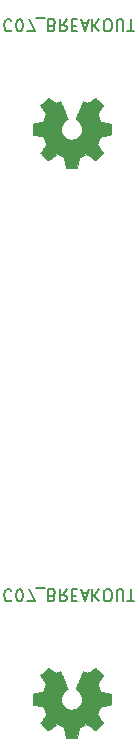
<source format=gbr>
G04 #@! TF.GenerationSoftware,KiCad,Pcbnew,5.1.5-52549c5~86~ubuntu18.04.1*
G04 #@! TF.CreationDate,2020-09-21T15:33:00-05:00*
G04 #@! TF.ProjectId,,58585858-5858-4585-9858-585858585858,rev?*
G04 #@! TF.SameCoordinates,Original*
G04 #@! TF.FileFunction,Legend,Bot*
G04 #@! TF.FilePolarity,Positive*
%FSLAX46Y46*%
G04 Gerber Fmt 4.6, Leading zero omitted, Abs format (unit mm)*
G04 Created by KiCad (PCBNEW 5.1.5-52549c5~86~ubuntu18.04.1) date 2020-09-21 15:33:00*
%MOMM*%
%LPD*%
G04 APERTURE LIST*
%ADD10C,0.150000*%
%ADD11C,0.010000*%
G04 APERTURE END LIST*
D10*
X111701866Y-103071657D02*
X111654247Y-103024038D01*
X111511390Y-102976419D01*
X111416152Y-102976419D01*
X111273295Y-103024038D01*
X111178057Y-103119276D01*
X111130438Y-103214514D01*
X111082819Y-103404990D01*
X111082819Y-103547847D01*
X111130438Y-103738323D01*
X111178057Y-103833561D01*
X111273295Y-103928800D01*
X111416152Y-103976419D01*
X111511390Y-103976419D01*
X111654247Y-103928800D01*
X111701866Y-103881180D01*
X112320914Y-103976419D02*
X112416152Y-103976419D01*
X112511390Y-103928800D01*
X112559009Y-103881180D01*
X112606628Y-103785942D01*
X112654247Y-103595466D01*
X112654247Y-103357371D01*
X112606628Y-103166895D01*
X112559009Y-103071657D01*
X112511390Y-103024038D01*
X112416152Y-102976419D01*
X112320914Y-102976419D01*
X112225676Y-103024038D01*
X112178057Y-103071657D01*
X112130438Y-103166895D01*
X112082819Y-103357371D01*
X112082819Y-103595466D01*
X112130438Y-103785942D01*
X112178057Y-103881180D01*
X112225676Y-103928800D01*
X112320914Y-103976419D01*
X112987580Y-103976419D02*
X113654247Y-103976419D01*
X113225676Y-102976419D01*
X113797104Y-102881180D02*
X114559009Y-102881180D01*
X115130438Y-103500228D02*
X115273295Y-103452609D01*
X115320914Y-103404990D01*
X115368533Y-103309752D01*
X115368533Y-103166895D01*
X115320914Y-103071657D01*
X115273295Y-103024038D01*
X115178057Y-102976419D01*
X114797104Y-102976419D01*
X114797104Y-103976419D01*
X115130438Y-103976419D01*
X115225676Y-103928800D01*
X115273295Y-103881180D01*
X115320914Y-103785942D01*
X115320914Y-103690704D01*
X115273295Y-103595466D01*
X115225676Y-103547847D01*
X115130438Y-103500228D01*
X114797104Y-103500228D01*
X116368533Y-102976419D02*
X116035200Y-103452609D01*
X115797104Y-102976419D02*
X115797104Y-103976419D01*
X116178057Y-103976419D01*
X116273295Y-103928800D01*
X116320914Y-103881180D01*
X116368533Y-103785942D01*
X116368533Y-103643085D01*
X116320914Y-103547847D01*
X116273295Y-103500228D01*
X116178057Y-103452609D01*
X115797104Y-103452609D01*
X116797104Y-103500228D02*
X117130438Y-103500228D01*
X117273295Y-102976419D02*
X116797104Y-102976419D01*
X116797104Y-103976419D01*
X117273295Y-103976419D01*
X117654247Y-103262133D02*
X118130438Y-103262133D01*
X117559009Y-102976419D02*
X117892342Y-103976419D01*
X118225676Y-102976419D01*
X118559009Y-102976419D02*
X118559009Y-103976419D01*
X119130438Y-102976419D02*
X118701866Y-103547847D01*
X119130438Y-103976419D02*
X118559009Y-103404990D01*
X119749485Y-103976419D02*
X119939961Y-103976419D01*
X120035200Y-103928800D01*
X120130438Y-103833561D01*
X120178057Y-103643085D01*
X120178057Y-103309752D01*
X120130438Y-103119276D01*
X120035200Y-103024038D01*
X119939961Y-102976419D01*
X119749485Y-102976419D01*
X119654247Y-103024038D01*
X119559009Y-103119276D01*
X119511390Y-103309752D01*
X119511390Y-103643085D01*
X119559009Y-103833561D01*
X119654247Y-103928800D01*
X119749485Y-103976419D01*
X120606628Y-103976419D02*
X120606628Y-103166895D01*
X120654247Y-103071657D01*
X120701866Y-103024038D01*
X120797104Y-102976419D01*
X120987580Y-102976419D01*
X121082819Y-103024038D01*
X121130438Y-103071657D01*
X121178057Y-103166895D01*
X121178057Y-103976419D01*
X121511390Y-103976419D02*
X122082819Y-103976419D01*
X121797104Y-102976419D02*
X121797104Y-103976419D01*
X111701866Y-54811657D02*
X111654247Y-54764038D01*
X111511390Y-54716419D01*
X111416152Y-54716419D01*
X111273295Y-54764038D01*
X111178057Y-54859276D01*
X111130438Y-54954514D01*
X111082819Y-55144990D01*
X111082819Y-55287847D01*
X111130438Y-55478323D01*
X111178057Y-55573561D01*
X111273295Y-55668800D01*
X111416152Y-55716419D01*
X111511390Y-55716419D01*
X111654247Y-55668800D01*
X111701866Y-55621180D01*
X112320914Y-55716419D02*
X112416152Y-55716419D01*
X112511390Y-55668800D01*
X112559009Y-55621180D01*
X112606628Y-55525942D01*
X112654247Y-55335466D01*
X112654247Y-55097371D01*
X112606628Y-54906895D01*
X112559009Y-54811657D01*
X112511390Y-54764038D01*
X112416152Y-54716419D01*
X112320914Y-54716419D01*
X112225676Y-54764038D01*
X112178057Y-54811657D01*
X112130438Y-54906895D01*
X112082819Y-55097371D01*
X112082819Y-55335466D01*
X112130438Y-55525942D01*
X112178057Y-55621180D01*
X112225676Y-55668800D01*
X112320914Y-55716419D01*
X112987580Y-55716419D02*
X113654247Y-55716419D01*
X113225676Y-54716419D01*
X113797104Y-54621180D02*
X114559009Y-54621180D01*
X115130438Y-55240228D02*
X115273295Y-55192609D01*
X115320914Y-55144990D01*
X115368533Y-55049752D01*
X115368533Y-54906895D01*
X115320914Y-54811657D01*
X115273295Y-54764038D01*
X115178057Y-54716419D01*
X114797104Y-54716419D01*
X114797104Y-55716419D01*
X115130438Y-55716419D01*
X115225676Y-55668800D01*
X115273295Y-55621180D01*
X115320914Y-55525942D01*
X115320914Y-55430704D01*
X115273295Y-55335466D01*
X115225676Y-55287847D01*
X115130438Y-55240228D01*
X114797104Y-55240228D01*
X116368533Y-54716419D02*
X116035200Y-55192609D01*
X115797104Y-54716419D02*
X115797104Y-55716419D01*
X116178057Y-55716419D01*
X116273295Y-55668800D01*
X116320914Y-55621180D01*
X116368533Y-55525942D01*
X116368533Y-55383085D01*
X116320914Y-55287847D01*
X116273295Y-55240228D01*
X116178057Y-55192609D01*
X115797104Y-55192609D01*
X116797104Y-55240228D02*
X117130438Y-55240228D01*
X117273295Y-54716419D02*
X116797104Y-54716419D01*
X116797104Y-55716419D01*
X117273295Y-55716419D01*
X117654247Y-55002133D02*
X118130438Y-55002133D01*
X117559009Y-54716419D02*
X117892342Y-55716419D01*
X118225676Y-54716419D01*
X118559009Y-54716419D02*
X118559009Y-55716419D01*
X119130438Y-54716419D02*
X118701866Y-55287847D01*
X119130438Y-55716419D02*
X118559009Y-55144990D01*
X119749485Y-55716419D02*
X119939961Y-55716419D01*
X120035200Y-55668800D01*
X120130438Y-55573561D01*
X120178057Y-55383085D01*
X120178057Y-55049752D01*
X120130438Y-54859276D01*
X120035200Y-54764038D01*
X119939961Y-54716419D01*
X119749485Y-54716419D01*
X119654247Y-54764038D01*
X119559009Y-54859276D01*
X119511390Y-55049752D01*
X119511390Y-55383085D01*
X119559009Y-55573561D01*
X119654247Y-55668800D01*
X119749485Y-55716419D01*
X120606628Y-55716419D02*
X120606628Y-54906895D01*
X120654247Y-54811657D01*
X120701866Y-54764038D01*
X120797104Y-54716419D01*
X120987580Y-54716419D01*
X121082819Y-54764038D01*
X121130438Y-54811657D01*
X121178057Y-54906895D01*
X121178057Y-55716419D01*
X121511390Y-55716419D02*
X122082819Y-55716419D01*
X121797104Y-54716419D02*
X121797104Y-55716419D01*
D11*
G36*
X117345014Y-115103869D02*
G01*
X117428835Y-114659245D01*
X117738120Y-114531747D01*
X118047406Y-114404249D01*
X118418446Y-114656554D01*
X118522357Y-114726804D01*
X118616287Y-114789528D01*
X118695852Y-114841862D01*
X118756670Y-114880943D01*
X118794357Y-114903907D01*
X118804621Y-114908858D01*
X118823110Y-114896124D01*
X118862620Y-114860918D01*
X118918722Y-114807738D01*
X118986987Y-114741082D01*
X119062986Y-114665446D01*
X119142292Y-114585328D01*
X119220475Y-114505226D01*
X119293107Y-114429636D01*
X119355759Y-114363055D01*
X119404003Y-114309982D01*
X119433410Y-114274913D01*
X119440441Y-114263177D01*
X119430323Y-114241540D01*
X119401959Y-114194138D01*
X119358329Y-114125607D01*
X119302418Y-114040585D01*
X119237206Y-113943707D01*
X119199419Y-113888450D01*
X119130543Y-113787552D01*
X119069340Y-113696501D01*
X119018778Y-113619830D01*
X118981828Y-113562072D01*
X118961458Y-113527757D01*
X118958397Y-113520546D01*
X118965336Y-113500052D01*
X118984251Y-113452287D01*
X119012287Y-113383968D01*
X119046591Y-113301811D01*
X119084309Y-113212530D01*
X119122587Y-113122842D01*
X119158570Y-113039462D01*
X119189406Y-112969106D01*
X119212239Y-112918490D01*
X119224217Y-112894329D01*
X119224924Y-112893378D01*
X119243731Y-112888764D01*
X119293818Y-112878472D01*
X119369993Y-112863513D01*
X119467065Y-112844899D01*
X119579843Y-112823641D01*
X119645642Y-112811382D01*
X119766150Y-112788438D01*
X119874997Y-112766605D01*
X119966676Y-112747078D01*
X120035681Y-112731052D01*
X120076504Y-112719721D01*
X120084711Y-112716126D01*
X120092748Y-112691794D01*
X120099233Y-112636841D01*
X120104170Y-112557692D01*
X120107564Y-112460774D01*
X120109418Y-112352513D01*
X120109738Y-112239335D01*
X120108527Y-112127665D01*
X120105790Y-112023932D01*
X120101531Y-111934559D01*
X120095755Y-111865974D01*
X120088467Y-111824603D01*
X120084095Y-111815990D01*
X120057964Y-111805667D01*
X120002593Y-111790908D01*
X119925307Y-111773448D01*
X119833430Y-111755020D01*
X119801358Y-111749059D01*
X119646724Y-111720734D01*
X119524575Y-111697924D01*
X119430873Y-111679720D01*
X119361584Y-111665217D01*
X119312671Y-111653508D01*
X119280097Y-111643685D01*
X119259828Y-111634844D01*
X119247826Y-111626076D01*
X119246147Y-111624343D01*
X119229384Y-111596429D01*
X119203814Y-111542105D01*
X119171988Y-111468023D01*
X119136460Y-111380835D01*
X119099783Y-111287192D01*
X119064511Y-111193748D01*
X119033196Y-111107153D01*
X119008393Y-111034060D01*
X118992654Y-110981122D01*
X118988532Y-110954989D01*
X118988876Y-110954074D01*
X119002841Y-110932714D01*
X119034522Y-110885716D01*
X119080591Y-110817973D01*
X119137718Y-110734377D01*
X119202573Y-110639818D01*
X119221043Y-110612946D01*
X119286899Y-110515525D01*
X119344850Y-110426637D01*
X119391738Y-110351388D01*
X119424407Y-110294880D01*
X119439700Y-110262219D01*
X119440441Y-110258207D01*
X119427592Y-110237116D01*
X119392088Y-110195336D01*
X119338493Y-110137355D01*
X119271371Y-110067665D01*
X119195287Y-109990755D01*
X119114804Y-109911117D01*
X119034487Y-109833239D01*
X118958899Y-109761614D01*
X118892605Y-109700730D01*
X118840169Y-109655079D01*
X118806155Y-109629150D01*
X118796745Y-109624917D01*
X118774843Y-109634888D01*
X118730000Y-109661780D01*
X118669521Y-109701064D01*
X118622989Y-109732683D01*
X118538675Y-109790702D01*
X118438826Y-109859016D01*
X118338673Y-109927221D01*
X118284827Y-109963725D01*
X118102571Y-110087000D01*
X117949581Y-110004280D01*
X117879882Y-109968041D01*
X117820614Y-109939874D01*
X117780511Y-109923809D01*
X117770303Y-109921574D01*
X117758029Y-109938078D01*
X117733813Y-109984718D01*
X117699463Y-110057191D01*
X117656788Y-110151194D01*
X117607594Y-110262426D01*
X117553690Y-110386585D01*
X117496884Y-110519368D01*
X117438982Y-110656473D01*
X117381793Y-110793598D01*
X117327124Y-110926442D01*
X117276784Y-111050702D01*
X117232580Y-111162075D01*
X117196319Y-111256261D01*
X117169809Y-111328956D01*
X117154858Y-111375859D01*
X117152454Y-111391967D01*
X117171511Y-111412514D01*
X117213236Y-111445867D01*
X117268906Y-111485098D01*
X117273578Y-111488201D01*
X117417464Y-111603377D01*
X117533483Y-111737747D01*
X117620630Y-111887016D01*
X117677899Y-112046887D01*
X117704286Y-112213063D01*
X117698785Y-112381248D01*
X117660390Y-112547145D01*
X117588095Y-112706458D01*
X117566826Y-112741313D01*
X117456196Y-112882063D01*
X117325502Y-112995086D01*
X117179264Y-113079797D01*
X117022008Y-113135606D01*
X116858257Y-113161926D01*
X116692533Y-113158170D01*
X116529362Y-113123750D01*
X116373265Y-113058077D01*
X116228767Y-112960565D01*
X116184069Y-112920987D01*
X116070312Y-112797097D01*
X115987418Y-112666676D01*
X115930556Y-112520485D01*
X115898887Y-112375712D01*
X115891069Y-112212940D01*
X115917138Y-112049360D01*
X115974445Y-111890502D01*
X116060344Y-111741894D01*
X116172186Y-111609065D01*
X116307323Y-111497544D01*
X116325083Y-111485789D01*
X116381350Y-111447292D01*
X116424123Y-111413937D01*
X116444572Y-111392640D01*
X116444869Y-111391967D01*
X116440479Y-111368929D01*
X116423076Y-111316643D01*
X116394468Y-111239410D01*
X116356465Y-111141532D01*
X116310874Y-111027309D01*
X116259503Y-110901042D01*
X116204162Y-110767033D01*
X116146658Y-110629582D01*
X116088801Y-110492992D01*
X116032398Y-110361563D01*
X115979258Y-110239595D01*
X115931190Y-110131391D01*
X115890001Y-110041251D01*
X115857501Y-109973477D01*
X115835497Y-109932370D01*
X115826636Y-109921574D01*
X115799560Y-109929981D01*
X115748897Y-109952528D01*
X115683383Y-109985187D01*
X115647359Y-110004280D01*
X115494368Y-110087000D01*
X115312112Y-109963725D01*
X115219075Y-109900572D01*
X115117215Y-109831073D01*
X115021762Y-109765635D01*
X114973950Y-109732683D01*
X114906705Y-109687527D01*
X114849764Y-109651743D01*
X114810554Y-109629862D01*
X114797819Y-109625237D01*
X114779283Y-109637715D01*
X114738259Y-109672548D01*
X114678725Y-109726122D01*
X114604658Y-109794817D01*
X114520035Y-109875019D01*
X114466515Y-109926514D01*
X114372881Y-110018514D01*
X114291959Y-110100801D01*
X114227023Y-110169855D01*
X114181342Y-110222156D01*
X114158189Y-110254184D01*
X114155968Y-110260684D01*
X114166276Y-110285406D01*
X114194761Y-110335395D01*
X114238263Y-110405588D01*
X114293623Y-110490925D01*
X114357680Y-110586344D01*
X114375897Y-110612946D01*
X114442273Y-110709633D01*
X114501822Y-110796683D01*
X114551216Y-110869205D01*
X114587125Y-110922307D01*
X114606219Y-110951097D01*
X114608064Y-110954074D01*
X114605305Y-110977018D01*
X114590662Y-111027464D01*
X114566687Y-111098759D01*
X114535934Y-111184253D01*
X114500956Y-111277293D01*
X114464307Y-111371226D01*
X114428539Y-111459401D01*
X114396206Y-111535166D01*
X114369862Y-111591869D01*
X114352058Y-111622857D01*
X114350793Y-111624343D01*
X114339906Y-111633199D01*
X114321518Y-111641957D01*
X114291594Y-111651523D01*
X114246097Y-111662804D01*
X114180991Y-111676707D01*
X114092239Y-111694137D01*
X113975807Y-111716002D01*
X113827658Y-111743209D01*
X113795582Y-111749059D01*
X113700514Y-111767426D01*
X113617635Y-111785395D01*
X113554270Y-111801231D01*
X113517742Y-111813200D01*
X113512844Y-111815990D01*
X113504773Y-111840728D01*
X113498213Y-111896010D01*
X113493167Y-111975411D01*
X113489641Y-112072504D01*
X113487639Y-112180862D01*
X113487164Y-112294060D01*
X113488223Y-112405672D01*
X113490818Y-112509271D01*
X113494954Y-112598432D01*
X113500637Y-112666728D01*
X113507869Y-112707734D01*
X113512229Y-112716126D01*
X113536502Y-112724592D01*
X113591774Y-112738365D01*
X113672538Y-112756250D01*
X113773288Y-112777052D01*
X113888517Y-112799577D01*
X113951298Y-112811382D01*
X114070413Y-112833649D01*
X114176635Y-112853821D01*
X114264773Y-112870885D01*
X114329634Y-112883831D01*
X114366026Y-112891645D01*
X114372016Y-112893378D01*
X114382139Y-112912910D01*
X114403538Y-112959957D01*
X114433361Y-113027797D01*
X114468755Y-113109709D01*
X114506868Y-113198972D01*
X114544847Y-113288865D01*
X114579840Y-113372665D01*
X114608994Y-113443653D01*
X114629457Y-113495106D01*
X114638377Y-113520303D01*
X114638543Y-113521404D01*
X114628431Y-113541281D01*
X114600083Y-113587023D01*
X114556477Y-113654083D01*
X114500594Y-113737916D01*
X114435413Y-113833974D01*
X114397521Y-113889150D01*
X114328475Y-113990319D01*
X114267150Y-114082170D01*
X114216537Y-114160056D01*
X114179629Y-114219331D01*
X114159418Y-114255349D01*
X114156499Y-114263423D01*
X114169047Y-114282216D01*
X114203737Y-114322343D01*
X114256137Y-114379307D01*
X114321816Y-114448615D01*
X114396344Y-114525769D01*
X114475287Y-114606275D01*
X114554217Y-114685637D01*
X114628700Y-114759360D01*
X114694306Y-114822948D01*
X114746604Y-114871906D01*
X114781161Y-114901739D01*
X114792722Y-114908858D01*
X114811546Y-114898847D01*
X114856569Y-114870722D01*
X114923413Y-114827346D01*
X115007701Y-114771582D01*
X115105056Y-114706294D01*
X115178493Y-114656554D01*
X115549533Y-114404249D01*
X116168105Y-114659245D01*
X116251925Y-115103869D01*
X116335746Y-115548493D01*
X117261194Y-115548493D01*
X117345014Y-115103869D01*
G37*
X117345014Y-115103869D02*
X117428835Y-114659245D01*
X117738120Y-114531747D01*
X118047406Y-114404249D01*
X118418446Y-114656554D01*
X118522357Y-114726804D01*
X118616287Y-114789528D01*
X118695852Y-114841862D01*
X118756670Y-114880943D01*
X118794357Y-114903907D01*
X118804621Y-114908858D01*
X118823110Y-114896124D01*
X118862620Y-114860918D01*
X118918722Y-114807738D01*
X118986987Y-114741082D01*
X119062986Y-114665446D01*
X119142292Y-114585328D01*
X119220475Y-114505226D01*
X119293107Y-114429636D01*
X119355759Y-114363055D01*
X119404003Y-114309982D01*
X119433410Y-114274913D01*
X119440441Y-114263177D01*
X119430323Y-114241540D01*
X119401959Y-114194138D01*
X119358329Y-114125607D01*
X119302418Y-114040585D01*
X119237206Y-113943707D01*
X119199419Y-113888450D01*
X119130543Y-113787552D01*
X119069340Y-113696501D01*
X119018778Y-113619830D01*
X118981828Y-113562072D01*
X118961458Y-113527757D01*
X118958397Y-113520546D01*
X118965336Y-113500052D01*
X118984251Y-113452287D01*
X119012287Y-113383968D01*
X119046591Y-113301811D01*
X119084309Y-113212530D01*
X119122587Y-113122842D01*
X119158570Y-113039462D01*
X119189406Y-112969106D01*
X119212239Y-112918490D01*
X119224217Y-112894329D01*
X119224924Y-112893378D01*
X119243731Y-112888764D01*
X119293818Y-112878472D01*
X119369993Y-112863513D01*
X119467065Y-112844899D01*
X119579843Y-112823641D01*
X119645642Y-112811382D01*
X119766150Y-112788438D01*
X119874997Y-112766605D01*
X119966676Y-112747078D01*
X120035681Y-112731052D01*
X120076504Y-112719721D01*
X120084711Y-112716126D01*
X120092748Y-112691794D01*
X120099233Y-112636841D01*
X120104170Y-112557692D01*
X120107564Y-112460774D01*
X120109418Y-112352513D01*
X120109738Y-112239335D01*
X120108527Y-112127665D01*
X120105790Y-112023932D01*
X120101531Y-111934559D01*
X120095755Y-111865974D01*
X120088467Y-111824603D01*
X120084095Y-111815990D01*
X120057964Y-111805667D01*
X120002593Y-111790908D01*
X119925307Y-111773448D01*
X119833430Y-111755020D01*
X119801358Y-111749059D01*
X119646724Y-111720734D01*
X119524575Y-111697924D01*
X119430873Y-111679720D01*
X119361584Y-111665217D01*
X119312671Y-111653508D01*
X119280097Y-111643685D01*
X119259828Y-111634844D01*
X119247826Y-111626076D01*
X119246147Y-111624343D01*
X119229384Y-111596429D01*
X119203814Y-111542105D01*
X119171988Y-111468023D01*
X119136460Y-111380835D01*
X119099783Y-111287192D01*
X119064511Y-111193748D01*
X119033196Y-111107153D01*
X119008393Y-111034060D01*
X118992654Y-110981122D01*
X118988532Y-110954989D01*
X118988876Y-110954074D01*
X119002841Y-110932714D01*
X119034522Y-110885716D01*
X119080591Y-110817973D01*
X119137718Y-110734377D01*
X119202573Y-110639818D01*
X119221043Y-110612946D01*
X119286899Y-110515525D01*
X119344850Y-110426637D01*
X119391738Y-110351388D01*
X119424407Y-110294880D01*
X119439700Y-110262219D01*
X119440441Y-110258207D01*
X119427592Y-110237116D01*
X119392088Y-110195336D01*
X119338493Y-110137355D01*
X119271371Y-110067665D01*
X119195287Y-109990755D01*
X119114804Y-109911117D01*
X119034487Y-109833239D01*
X118958899Y-109761614D01*
X118892605Y-109700730D01*
X118840169Y-109655079D01*
X118806155Y-109629150D01*
X118796745Y-109624917D01*
X118774843Y-109634888D01*
X118730000Y-109661780D01*
X118669521Y-109701064D01*
X118622989Y-109732683D01*
X118538675Y-109790702D01*
X118438826Y-109859016D01*
X118338673Y-109927221D01*
X118284827Y-109963725D01*
X118102571Y-110087000D01*
X117949581Y-110004280D01*
X117879882Y-109968041D01*
X117820614Y-109939874D01*
X117780511Y-109923809D01*
X117770303Y-109921574D01*
X117758029Y-109938078D01*
X117733813Y-109984718D01*
X117699463Y-110057191D01*
X117656788Y-110151194D01*
X117607594Y-110262426D01*
X117553690Y-110386585D01*
X117496884Y-110519368D01*
X117438982Y-110656473D01*
X117381793Y-110793598D01*
X117327124Y-110926442D01*
X117276784Y-111050702D01*
X117232580Y-111162075D01*
X117196319Y-111256261D01*
X117169809Y-111328956D01*
X117154858Y-111375859D01*
X117152454Y-111391967D01*
X117171511Y-111412514D01*
X117213236Y-111445867D01*
X117268906Y-111485098D01*
X117273578Y-111488201D01*
X117417464Y-111603377D01*
X117533483Y-111737747D01*
X117620630Y-111887016D01*
X117677899Y-112046887D01*
X117704286Y-112213063D01*
X117698785Y-112381248D01*
X117660390Y-112547145D01*
X117588095Y-112706458D01*
X117566826Y-112741313D01*
X117456196Y-112882063D01*
X117325502Y-112995086D01*
X117179264Y-113079797D01*
X117022008Y-113135606D01*
X116858257Y-113161926D01*
X116692533Y-113158170D01*
X116529362Y-113123750D01*
X116373265Y-113058077D01*
X116228767Y-112960565D01*
X116184069Y-112920987D01*
X116070312Y-112797097D01*
X115987418Y-112666676D01*
X115930556Y-112520485D01*
X115898887Y-112375712D01*
X115891069Y-112212940D01*
X115917138Y-112049360D01*
X115974445Y-111890502D01*
X116060344Y-111741894D01*
X116172186Y-111609065D01*
X116307323Y-111497544D01*
X116325083Y-111485789D01*
X116381350Y-111447292D01*
X116424123Y-111413937D01*
X116444572Y-111392640D01*
X116444869Y-111391967D01*
X116440479Y-111368929D01*
X116423076Y-111316643D01*
X116394468Y-111239410D01*
X116356465Y-111141532D01*
X116310874Y-111027309D01*
X116259503Y-110901042D01*
X116204162Y-110767033D01*
X116146658Y-110629582D01*
X116088801Y-110492992D01*
X116032398Y-110361563D01*
X115979258Y-110239595D01*
X115931190Y-110131391D01*
X115890001Y-110041251D01*
X115857501Y-109973477D01*
X115835497Y-109932370D01*
X115826636Y-109921574D01*
X115799560Y-109929981D01*
X115748897Y-109952528D01*
X115683383Y-109985187D01*
X115647359Y-110004280D01*
X115494368Y-110087000D01*
X115312112Y-109963725D01*
X115219075Y-109900572D01*
X115117215Y-109831073D01*
X115021762Y-109765635D01*
X114973950Y-109732683D01*
X114906705Y-109687527D01*
X114849764Y-109651743D01*
X114810554Y-109629862D01*
X114797819Y-109625237D01*
X114779283Y-109637715D01*
X114738259Y-109672548D01*
X114678725Y-109726122D01*
X114604658Y-109794817D01*
X114520035Y-109875019D01*
X114466515Y-109926514D01*
X114372881Y-110018514D01*
X114291959Y-110100801D01*
X114227023Y-110169855D01*
X114181342Y-110222156D01*
X114158189Y-110254184D01*
X114155968Y-110260684D01*
X114166276Y-110285406D01*
X114194761Y-110335395D01*
X114238263Y-110405588D01*
X114293623Y-110490925D01*
X114357680Y-110586344D01*
X114375897Y-110612946D01*
X114442273Y-110709633D01*
X114501822Y-110796683D01*
X114551216Y-110869205D01*
X114587125Y-110922307D01*
X114606219Y-110951097D01*
X114608064Y-110954074D01*
X114605305Y-110977018D01*
X114590662Y-111027464D01*
X114566687Y-111098759D01*
X114535934Y-111184253D01*
X114500956Y-111277293D01*
X114464307Y-111371226D01*
X114428539Y-111459401D01*
X114396206Y-111535166D01*
X114369862Y-111591869D01*
X114352058Y-111622857D01*
X114350793Y-111624343D01*
X114339906Y-111633199D01*
X114321518Y-111641957D01*
X114291594Y-111651523D01*
X114246097Y-111662804D01*
X114180991Y-111676707D01*
X114092239Y-111694137D01*
X113975807Y-111716002D01*
X113827658Y-111743209D01*
X113795582Y-111749059D01*
X113700514Y-111767426D01*
X113617635Y-111785395D01*
X113554270Y-111801231D01*
X113517742Y-111813200D01*
X113512844Y-111815990D01*
X113504773Y-111840728D01*
X113498213Y-111896010D01*
X113493167Y-111975411D01*
X113489641Y-112072504D01*
X113487639Y-112180862D01*
X113487164Y-112294060D01*
X113488223Y-112405672D01*
X113490818Y-112509271D01*
X113494954Y-112598432D01*
X113500637Y-112666728D01*
X113507869Y-112707734D01*
X113512229Y-112716126D01*
X113536502Y-112724592D01*
X113591774Y-112738365D01*
X113672538Y-112756250D01*
X113773288Y-112777052D01*
X113888517Y-112799577D01*
X113951298Y-112811382D01*
X114070413Y-112833649D01*
X114176635Y-112853821D01*
X114264773Y-112870885D01*
X114329634Y-112883831D01*
X114366026Y-112891645D01*
X114372016Y-112893378D01*
X114382139Y-112912910D01*
X114403538Y-112959957D01*
X114433361Y-113027797D01*
X114468755Y-113109709D01*
X114506868Y-113198972D01*
X114544847Y-113288865D01*
X114579840Y-113372665D01*
X114608994Y-113443653D01*
X114629457Y-113495106D01*
X114638377Y-113520303D01*
X114638543Y-113521404D01*
X114628431Y-113541281D01*
X114600083Y-113587023D01*
X114556477Y-113654083D01*
X114500594Y-113737916D01*
X114435413Y-113833974D01*
X114397521Y-113889150D01*
X114328475Y-113990319D01*
X114267150Y-114082170D01*
X114216537Y-114160056D01*
X114179629Y-114219331D01*
X114159418Y-114255349D01*
X114156499Y-114263423D01*
X114169047Y-114282216D01*
X114203737Y-114322343D01*
X114256137Y-114379307D01*
X114321816Y-114448615D01*
X114396344Y-114525769D01*
X114475287Y-114606275D01*
X114554217Y-114685637D01*
X114628700Y-114759360D01*
X114694306Y-114822948D01*
X114746604Y-114871906D01*
X114781161Y-114901739D01*
X114792722Y-114908858D01*
X114811546Y-114898847D01*
X114856569Y-114870722D01*
X114923413Y-114827346D01*
X115007701Y-114771582D01*
X115105056Y-114706294D01*
X115178493Y-114656554D01*
X115549533Y-114404249D01*
X116168105Y-114659245D01*
X116251925Y-115103869D01*
X116335746Y-115548493D01*
X117261194Y-115548493D01*
X117345014Y-115103869D01*
G36*
X117345014Y-66843869D02*
G01*
X117428835Y-66399245D01*
X117738120Y-66271747D01*
X118047406Y-66144249D01*
X118418446Y-66396554D01*
X118522357Y-66466804D01*
X118616287Y-66529528D01*
X118695852Y-66581862D01*
X118756670Y-66620943D01*
X118794357Y-66643907D01*
X118804621Y-66648858D01*
X118823110Y-66636124D01*
X118862620Y-66600918D01*
X118918722Y-66547738D01*
X118986987Y-66481082D01*
X119062986Y-66405446D01*
X119142292Y-66325328D01*
X119220475Y-66245226D01*
X119293107Y-66169636D01*
X119355759Y-66103055D01*
X119404003Y-66049982D01*
X119433410Y-66014913D01*
X119440441Y-66003177D01*
X119430323Y-65981540D01*
X119401959Y-65934138D01*
X119358329Y-65865607D01*
X119302418Y-65780585D01*
X119237206Y-65683707D01*
X119199419Y-65628450D01*
X119130543Y-65527552D01*
X119069340Y-65436501D01*
X119018778Y-65359830D01*
X118981828Y-65302072D01*
X118961458Y-65267757D01*
X118958397Y-65260546D01*
X118965336Y-65240052D01*
X118984251Y-65192287D01*
X119012287Y-65123968D01*
X119046591Y-65041811D01*
X119084309Y-64952530D01*
X119122587Y-64862842D01*
X119158570Y-64779462D01*
X119189406Y-64709106D01*
X119212239Y-64658490D01*
X119224217Y-64634329D01*
X119224924Y-64633378D01*
X119243731Y-64628764D01*
X119293818Y-64618472D01*
X119369993Y-64603513D01*
X119467065Y-64584899D01*
X119579843Y-64563641D01*
X119645642Y-64551382D01*
X119766150Y-64528438D01*
X119874997Y-64506605D01*
X119966676Y-64487078D01*
X120035681Y-64471052D01*
X120076504Y-64459721D01*
X120084711Y-64456126D01*
X120092748Y-64431794D01*
X120099233Y-64376841D01*
X120104170Y-64297692D01*
X120107564Y-64200774D01*
X120109418Y-64092513D01*
X120109738Y-63979335D01*
X120108527Y-63867665D01*
X120105790Y-63763932D01*
X120101531Y-63674559D01*
X120095755Y-63605974D01*
X120088467Y-63564603D01*
X120084095Y-63555990D01*
X120057964Y-63545667D01*
X120002593Y-63530908D01*
X119925307Y-63513448D01*
X119833430Y-63495020D01*
X119801358Y-63489059D01*
X119646724Y-63460734D01*
X119524575Y-63437924D01*
X119430873Y-63419720D01*
X119361584Y-63405217D01*
X119312671Y-63393508D01*
X119280097Y-63383685D01*
X119259828Y-63374844D01*
X119247826Y-63366076D01*
X119246147Y-63364343D01*
X119229384Y-63336429D01*
X119203814Y-63282105D01*
X119171988Y-63208023D01*
X119136460Y-63120835D01*
X119099783Y-63027192D01*
X119064511Y-62933748D01*
X119033196Y-62847153D01*
X119008393Y-62774060D01*
X118992654Y-62721122D01*
X118988532Y-62694989D01*
X118988876Y-62694074D01*
X119002841Y-62672714D01*
X119034522Y-62625716D01*
X119080591Y-62557973D01*
X119137718Y-62474377D01*
X119202573Y-62379818D01*
X119221043Y-62352946D01*
X119286899Y-62255525D01*
X119344850Y-62166637D01*
X119391738Y-62091388D01*
X119424407Y-62034880D01*
X119439700Y-62002219D01*
X119440441Y-61998207D01*
X119427592Y-61977116D01*
X119392088Y-61935336D01*
X119338493Y-61877355D01*
X119271371Y-61807665D01*
X119195287Y-61730755D01*
X119114804Y-61651117D01*
X119034487Y-61573239D01*
X118958899Y-61501614D01*
X118892605Y-61440730D01*
X118840169Y-61395079D01*
X118806155Y-61369150D01*
X118796745Y-61364917D01*
X118774843Y-61374888D01*
X118730000Y-61401780D01*
X118669521Y-61441064D01*
X118622989Y-61472683D01*
X118538675Y-61530702D01*
X118438826Y-61599016D01*
X118338673Y-61667221D01*
X118284827Y-61703725D01*
X118102571Y-61827000D01*
X117949581Y-61744280D01*
X117879882Y-61708041D01*
X117820614Y-61679874D01*
X117780511Y-61663809D01*
X117770303Y-61661574D01*
X117758029Y-61678078D01*
X117733813Y-61724718D01*
X117699463Y-61797191D01*
X117656788Y-61891194D01*
X117607594Y-62002426D01*
X117553690Y-62126585D01*
X117496884Y-62259368D01*
X117438982Y-62396473D01*
X117381793Y-62533598D01*
X117327124Y-62666442D01*
X117276784Y-62790702D01*
X117232580Y-62902075D01*
X117196319Y-62996261D01*
X117169809Y-63068956D01*
X117154858Y-63115859D01*
X117152454Y-63131967D01*
X117171511Y-63152514D01*
X117213236Y-63185867D01*
X117268906Y-63225098D01*
X117273578Y-63228201D01*
X117417464Y-63343377D01*
X117533483Y-63477747D01*
X117620630Y-63627016D01*
X117677899Y-63786887D01*
X117704286Y-63953063D01*
X117698785Y-64121248D01*
X117660390Y-64287145D01*
X117588095Y-64446458D01*
X117566826Y-64481313D01*
X117456196Y-64622063D01*
X117325502Y-64735086D01*
X117179264Y-64819797D01*
X117022008Y-64875606D01*
X116858257Y-64901926D01*
X116692533Y-64898170D01*
X116529362Y-64863750D01*
X116373265Y-64798077D01*
X116228767Y-64700565D01*
X116184069Y-64660987D01*
X116070312Y-64537097D01*
X115987418Y-64406676D01*
X115930556Y-64260485D01*
X115898887Y-64115712D01*
X115891069Y-63952940D01*
X115917138Y-63789360D01*
X115974445Y-63630502D01*
X116060344Y-63481894D01*
X116172186Y-63349065D01*
X116307323Y-63237544D01*
X116325083Y-63225789D01*
X116381350Y-63187292D01*
X116424123Y-63153937D01*
X116444572Y-63132640D01*
X116444869Y-63131967D01*
X116440479Y-63108929D01*
X116423076Y-63056643D01*
X116394468Y-62979410D01*
X116356465Y-62881532D01*
X116310874Y-62767309D01*
X116259503Y-62641042D01*
X116204162Y-62507033D01*
X116146658Y-62369582D01*
X116088801Y-62232992D01*
X116032398Y-62101563D01*
X115979258Y-61979595D01*
X115931190Y-61871391D01*
X115890001Y-61781251D01*
X115857501Y-61713477D01*
X115835497Y-61672370D01*
X115826636Y-61661574D01*
X115799560Y-61669981D01*
X115748897Y-61692528D01*
X115683383Y-61725187D01*
X115647359Y-61744280D01*
X115494368Y-61827000D01*
X115312112Y-61703725D01*
X115219075Y-61640572D01*
X115117215Y-61571073D01*
X115021762Y-61505635D01*
X114973950Y-61472683D01*
X114906705Y-61427527D01*
X114849764Y-61391743D01*
X114810554Y-61369862D01*
X114797819Y-61365237D01*
X114779283Y-61377715D01*
X114738259Y-61412548D01*
X114678725Y-61466122D01*
X114604658Y-61534817D01*
X114520035Y-61615019D01*
X114466515Y-61666514D01*
X114372881Y-61758514D01*
X114291959Y-61840801D01*
X114227023Y-61909855D01*
X114181342Y-61962156D01*
X114158189Y-61994184D01*
X114155968Y-62000684D01*
X114166276Y-62025406D01*
X114194761Y-62075395D01*
X114238263Y-62145588D01*
X114293623Y-62230925D01*
X114357680Y-62326344D01*
X114375897Y-62352946D01*
X114442273Y-62449633D01*
X114501822Y-62536683D01*
X114551216Y-62609205D01*
X114587125Y-62662307D01*
X114606219Y-62691097D01*
X114608064Y-62694074D01*
X114605305Y-62717018D01*
X114590662Y-62767464D01*
X114566687Y-62838759D01*
X114535934Y-62924253D01*
X114500956Y-63017293D01*
X114464307Y-63111226D01*
X114428539Y-63199401D01*
X114396206Y-63275166D01*
X114369862Y-63331869D01*
X114352058Y-63362857D01*
X114350793Y-63364343D01*
X114339906Y-63373199D01*
X114321518Y-63381957D01*
X114291594Y-63391523D01*
X114246097Y-63402804D01*
X114180991Y-63416707D01*
X114092239Y-63434137D01*
X113975807Y-63456002D01*
X113827658Y-63483209D01*
X113795582Y-63489059D01*
X113700514Y-63507426D01*
X113617635Y-63525395D01*
X113554270Y-63541231D01*
X113517742Y-63553200D01*
X113512844Y-63555990D01*
X113504773Y-63580728D01*
X113498213Y-63636010D01*
X113493167Y-63715411D01*
X113489641Y-63812504D01*
X113487639Y-63920862D01*
X113487164Y-64034060D01*
X113488223Y-64145672D01*
X113490818Y-64249271D01*
X113494954Y-64338432D01*
X113500637Y-64406728D01*
X113507869Y-64447734D01*
X113512229Y-64456126D01*
X113536502Y-64464592D01*
X113591774Y-64478365D01*
X113672538Y-64496250D01*
X113773288Y-64517052D01*
X113888517Y-64539577D01*
X113951298Y-64551382D01*
X114070413Y-64573649D01*
X114176635Y-64593821D01*
X114264773Y-64610885D01*
X114329634Y-64623831D01*
X114366026Y-64631645D01*
X114372016Y-64633378D01*
X114382139Y-64652910D01*
X114403538Y-64699957D01*
X114433361Y-64767797D01*
X114468755Y-64849709D01*
X114506868Y-64938972D01*
X114544847Y-65028865D01*
X114579840Y-65112665D01*
X114608994Y-65183653D01*
X114629457Y-65235106D01*
X114638377Y-65260303D01*
X114638543Y-65261404D01*
X114628431Y-65281281D01*
X114600083Y-65327023D01*
X114556477Y-65394083D01*
X114500594Y-65477916D01*
X114435413Y-65573974D01*
X114397521Y-65629150D01*
X114328475Y-65730319D01*
X114267150Y-65822170D01*
X114216537Y-65900056D01*
X114179629Y-65959331D01*
X114159418Y-65995349D01*
X114156499Y-66003423D01*
X114169047Y-66022216D01*
X114203737Y-66062343D01*
X114256137Y-66119307D01*
X114321816Y-66188615D01*
X114396344Y-66265769D01*
X114475287Y-66346275D01*
X114554217Y-66425637D01*
X114628700Y-66499360D01*
X114694306Y-66562948D01*
X114746604Y-66611906D01*
X114781161Y-66641739D01*
X114792722Y-66648858D01*
X114811546Y-66638847D01*
X114856569Y-66610722D01*
X114923413Y-66567346D01*
X115007701Y-66511582D01*
X115105056Y-66446294D01*
X115178493Y-66396554D01*
X115549533Y-66144249D01*
X116168105Y-66399245D01*
X116251925Y-66843869D01*
X116335746Y-67288493D01*
X117261194Y-67288493D01*
X117345014Y-66843869D01*
G37*
X117345014Y-66843869D02*
X117428835Y-66399245D01*
X117738120Y-66271747D01*
X118047406Y-66144249D01*
X118418446Y-66396554D01*
X118522357Y-66466804D01*
X118616287Y-66529528D01*
X118695852Y-66581862D01*
X118756670Y-66620943D01*
X118794357Y-66643907D01*
X118804621Y-66648858D01*
X118823110Y-66636124D01*
X118862620Y-66600918D01*
X118918722Y-66547738D01*
X118986987Y-66481082D01*
X119062986Y-66405446D01*
X119142292Y-66325328D01*
X119220475Y-66245226D01*
X119293107Y-66169636D01*
X119355759Y-66103055D01*
X119404003Y-66049982D01*
X119433410Y-66014913D01*
X119440441Y-66003177D01*
X119430323Y-65981540D01*
X119401959Y-65934138D01*
X119358329Y-65865607D01*
X119302418Y-65780585D01*
X119237206Y-65683707D01*
X119199419Y-65628450D01*
X119130543Y-65527552D01*
X119069340Y-65436501D01*
X119018778Y-65359830D01*
X118981828Y-65302072D01*
X118961458Y-65267757D01*
X118958397Y-65260546D01*
X118965336Y-65240052D01*
X118984251Y-65192287D01*
X119012287Y-65123968D01*
X119046591Y-65041811D01*
X119084309Y-64952530D01*
X119122587Y-64862842D01*
X119158570Y-64779462D01*
X119189406Y-64709106D01*
X119212239Y-64658490D01*
X119224217Y-64634329D01*
X119224924Y-64633378D01*
X119243731Y-64628764D01*
X119293818Y-64618472D01*
X119369993Y-64603513D01*
X119467065Y-64584899D01*
X119579843Y-64563641D01*
X119645642Y-64551382D01*
X119766150Y-64528438D01*
X119874997Y-64506605D01*
X119966676Y-64487078D01*
X120035681Y-64471052D01*
X120076504Y-64459721D01*
X120084711Y-64456126D01*
X120092748Y-64431794D01*
X120099233Y-64376841D01*
X120104170Y-64297692D01*
X120107564Y-64200774D01*
X120109418Y-64092513D01*
X120109738Y-63979335D01*
X120108527Y-63867665D01*
X120105790Y-63763932D01*
X120101531Y-63674559D01*
X120095755Y-63605974D01*
X120088467Y-63564603D01*
X120084095Y-63555990D01*
X120057964Y-63545667D01*
X120002593Y-63530908D01*
X119925307Y-63513448D01*
X119833430Y-63495020D01*
X119801358Y-63489059D01*
X119646724Y-63460734D01*
X119524575Y-63437924D01*
X119430873Y-63419720D01*
X119361584Y-63405217D01*
X119312671Y-63393508D01*
X119280097Y-63383685D01*
X119259828Y-63374844D01*
X119247826Y-63366076D01*
X119246147Y-63364343D01*
X119229384Y-63336429D01*
X119203814Y-63282105D01*
X119171988Y-63208023D01*
X119136460Y-63120835D01*
X119099783Y-63027192D01*
X119064511Y-62933748D01*
X119033196Y-62847153D01*
X119008393Y-62774060D01*
X118992654Y-62721122D01*
X118988532Y-62694989D01*
X118988876Y-62694074D01*
X119002841Y-62672714D01*
X119034522Y-62625716D01*
X119080591Y-62557973D01*
X119137718Y-62474377D01*
X119202573Y-62379818D01*
X119221043Y-62352946D01*
X119286899Y-62255525D01*
X119344850Y-62166637D01*
X119391738Y-62091388D01*
X119424407Y-62034880D01*
X119439700Y-62002219D01*
X119440441Y-61998207D01*
X119427592Y-61977116D01*
X119392088Y-61935336D01*
X119338493Y-61877355D01*
X119271371Y-61807665D01*
X119195287Y-61730755D01*
X119114804Y-61651117D01*
X119034487Y-61573239D01*
X118958899Y-61501614D01*
X118892605Y-61440730D01*
X118840169Y-61395079D01*
X118806155Y-61369150D01*
X118796745Y-61364917D01*
X118774843Y-61374888D01*
X118730000Y-61401780D01*
X118669521Y-61441064D01*
X118622989Y-61472683D01*
X118538675Y-61530702D01*
X118438826Y-61599016D01*
X118338673Y-61667221D01*
X118284827Y-61703725D01*
X118102571Y-61827000D01*
X117949581Y-61744280D01*
X117879882Y-61708041D01*
X117820614Y-61679874D01*
X117780511Y-61663809D01*
X117770303Y-61661574D01*
X117758029Y-61678078D01*
X117733813Y-61724718D01*
X117699463Y-61797191D01*
X117656788Y-61891194D01*
X117607594Y-62002426D01*
X117553690Y-62126585D01*
X117496884Y-62259368D01*
X117438982Y-62396473D01*
X117381793Y-62533598D01*
X117327124Y-62666442D01*
X117276784Y-62790702D01*
X117232580Y-62902075D01*
X117196319Y-62996261D01*
X117169809Y-63068956D01*
X117154858Y-63115859D01*
X117152454Y-63131967D01*
X117171511Y-63152514D01*
X117213236Y-63185867D01*
X117268906Y-63225098D01*
X117273578Y-63228201D01*
X117417464Y-63343377D01*
X117533483Y-63477747D01*
X117620630Y-63627016D01*
X117677899Y-63786887D01*
X117704286Y-63953063D01*
X117698785Y-64121248D01*
X117660390Y-64287145D01*
X117588095Y-64446458D01*
X117566826Y-64481313D01*
X117456196Y-64622063D01*
X117325502Y-64735086D01*
X117179264Y-64819797D01*
X117022008Y-64875606D01*
X116858257Y-64901926D01*
X116692533Y-64898170D01*
X116529362Y-64863750D01*
X116373265Y-64798077D01*
X116228767Y-64700565D01*
X116184069Y-64660987D01*
X116070312Y-64537097D01*
X115987418Y-64406676D01*
X115930556Y-64260485D01*
X115898887Y-64115712D01*
X115891069Y-63952940D01*
X115917138Y-63789360D01*
X115974445Y-63630502D01*
X116060344Y-63481894D01*
X116172186Y-63349065D01*
X116307323Y-63237544D01*
X116325083Y-63225789D01*
X116381350Y-63187292D01*
X116424123Y-63153937D01*
X116444572Y-63132640D01*
X116444869Y-63131967D01*
X116440479Y-63108929D01*
X116423076Y-63056643D01*
X116394468Y-62979410D01*
X116356465Y-62881532D01*
X116310874Y-62767309D01*
X116259503Y-62641042D01*
X116204162Y-62507033D01*
X116146658Y-62369582D01*
X116088801Y-62232992D01*
X116032398Y-62101563D01*
X115979258Y-61979595D01*
X115931190Y-61871391D01*
X115890001Y-61781251D01*
X115857501Y-61713477D01*
X115835497Y-61672370D01*
X115826636Y-61661574D01*
X115799560Y-61669981D01*
X115748897Y-61692528D01*
X115683383Y-61725187D01*
X115647359Y-61744280D01*
X115494368Y-61827000D01*
X115312112Y-61703725D01*
X115219075Y-61640572D01*
X115117215Y-61571073D01*
X115021762Y-61505635D01*
X114973950Y-61472683D01*
X114906705Y-61427527D01*
X114849764Y-61391743D01*
X114810554Y-61369862D01*
X114797819Y-61365237D01*
X114779283Y-61377715D01*
X114738259Y-61412548D01*
X114678725Y-61466122D01*
X114604658Y-61534817D01*
X114520035Y-61615019D01*
X114466515Y-61666514D01*
X114372881Y-61758514D01*
X114291959Y-61840801D01*
X114227023Y-61909855D01*
X114181342Y-61962156D01*
X114158189Y-61994184D01*
X114155968Y-62000684D01*
X114166276Y-62025406D01*
X114194761Y-62075395D01*
X114238263Y-62145588D01*
X114293623Y-62230925D01*
X114357680Y-62326344D01*
X114375897Y-62352946D01*
X114442273Y-62449633D01*
X114501822Y-62536683D01*
X114551216Y-62609205D01*
X114587125Y-62662307D01*
X114606219Y-62691097D01*
X114608064Y-62694074D01*
X114605305Y-62717018D01*
X114590662Y-62767464D01*
X114566687Y-62838759D01*
X114535934Y-62924253D01*
X114500956Y-63017293D01*
X114464307Y-63111226D01*
X114428539Y-63199401D01*
X114396206Y-63275166D01*
X114369862Y-63331869D01*
X114352058Y-63362857D01*
X114350793Y-63364343D01*
X114339906Y-63373199D01*
X114321518Y-63381957D01*
X114291594Y-63391523D01*
X114246097Y-63402804D01*
X114180991Y-63416707D01*
X114092239Y-63434137D01*
X113975807Y-63456002D01*
X113827658Y-63483209D01*
X113795582Y-63489059D01*
X113700514Y-63507426D01*
X113617635Y-63525395D01*
X113554270Y-63541231D01*
X113517742Y-63553200D01*
X113512844Y-63555990D01*
X113504773Y-63580728D01*
X113498213Y-63636010D01*
X113493167Y-63715411D01*
X113489641Y-63812504D01*
X113487639Y-63920862D01*
X113487164Y-64034060D01*
X113488223Y-64145672D01*
X113490818Y-64249271D01*
X113494954Y-64338432D01*
X113500637Y-64406728D01*
X113507869Y-64447734D01*
X113512229Y-64456126D01*
X113536502Y-64464592D01*
X113591774Y-64478365D01*
X113672538Y-64496250D01*
X113773288Y-64517052D01*
X113888517Y-64539577D01*
X113951298Y-64551382D01*
X114070413Y-64573649D01*
X114176635Y-64593821D01*
X114264773Y-64610885D01*
X114329634Y-64623831D01*
X114366026Y-64631645D01*
X114372016Y-64633378D01*
X114382139Y-64652910D01*
X114403538Y-64699957D01*
X114433361Y-64767797D01*
X114468755Y-64849709D01*
X114506868Y-64938972D01*
X114544847Y-65028865D01*
X114579840Y-65112665D01*
X114608994Y-65183653D01*
X114629457Y-65235106D01*
X114638377Y-65260303D01*
X114638543Y-65261404D01*
X114628431Y-65281281D01*
X114600083Y-65327023D01*
X114556477Y-65394083D01*
X114500594Y-65477916D01*
X114435413Y-65573974D01*
X114397521Y-65629150D01*
X114328475Y-65730319D01*
X114267150Y-65822170D01*
X114216537Y-65900056D01*
X114179629Y-65959331D01*
X114159418Y-65995349D01*
X114156499Y-66003423D01*
X114169047Y-66022216D01*
X114203737Y-66062343D01*
X114256137Y-66119307D01*
X114321816Y-66188615D01*
X114396344Y-66265769D01*
X114475287Y-66346275D01*
X114554217Y-66425637D01*
X114628700Y-66499360D01*
X114694306Y-66562948D01*
X114746604Y-66611906D01*
X114781161Y-66641739D01*
X114792722Y-66648858D01*
X114811546Y-66638847D01*
X114856569Y-66610722D01*
X114923413Y-66567346D01*
X115007701Y-66511582D01*
X115105056Y-66446294D01*
X115178493Y-66396554D01*
X115549533Y-66144249D01*
X116168105Y-66399245D01*
X116251925Y-66843869D01*
X116335746Y-67288493D01*
X117261194Y-67288493D01*
X117345014Y-66843869D01*
M02*

</source>
